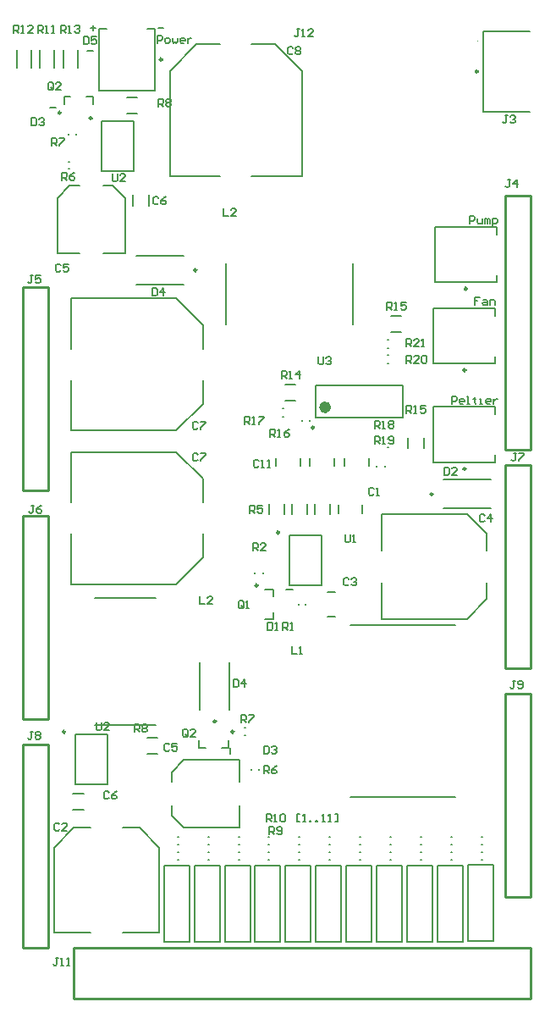
<source format=gto>
G04*
G04 #@! TF.GenerationSoftware,Altium Limited,Altium Designer,18.1.11 (251)*
G04*
G04 Layer_Color=65535*
%FSLAX25Y25*%
%MOIN*%
G70*
G01*
G75*
%ADD10C,0.00984*%
%ADD11C,0.02362*%
%ADD12C,0.00394*%
%ADD13C,0.00787*%
%ADD14C,0.01000*%
%ADD15C,0.00700*%
D10*
X32264Y-38653D02*
G03*
X32264Y-38653I-492J0D01*
G01*
X106035Y-201654D02*
G03*
X106035Y-201654I-492J0D01*
G01*
X97600Y-222520D02*
G03*
X97600Y-222520I-492J0D01*
G01*
X119744Y-160335D02*
G03*
X119744Y-160335I-492J0D01*
G01*
X166516Y-186598D02*
G03*
X166516Y-186598I-492J0D01*
G01*
X179492Y-176614D02*
G03*
X179492Y-176614I-492J0D01*
G01*
Y-137756D02*
G03*
X179492Y-137756I-492J0D01*
G01*
X179992Y-105756D02*
G03*
X179992Y-105756I-492J0D01*
G01*
X184335Y-20201D02*
G03*
X184335Y-20201I-492J0D01*
G01*
X59957Y-15500D02*
G03*
X59957Y-15500I-492J0D01*
G01*
X20012Y-36437D02*
G03*
X20012Y-36437I-492J0D01*
G01*
X73469Y-98402D02*
G03*
X73469Y-98402I-492J0D01*
G01*
X88122Y-280063D02*
G03*
X88122Y-280063I-492J0D01*
G01*
X81091Y-275976D02*
G03*
X81091Y-275976I-492J0D01*
G01*
X21764Y-280153D02*
G03*
X21764Y-280153I-492J0D01*
G01*
D11*
X125295Y-152362D02*
G03*
X125295Y-152362I-1181J0D01*
G01*
D12*
X184251Y-8244D02*
G03*
X184251Y-8244I-197J0D01*
G01*
D13*
X36201Y-59342D02*
Y-39658D01*
X48799Y-59342D02*
Y-39658D01*
X36201D02*
X48799D01*
X36201Y-59342D02*
X48799D01*
X109972Y-222342D02*
Y-202658D01*
X122571Y-222342D02*
Y-202658D01*
X109972D02*
X122571D01*
X109972Y-222342D02*
X122571D01*
X116423Y-230197D02*
Y-229803D01*
X113667Y-230197D02*
Y-229803D01*
X124970Y-225177D02*
X128120D01*
X124970Y-234823D02*
X128120D01*
X100395Y-224252D02*
X103604D01*
Y-226850D02*
Y-224252D01*
X100395Y-235748D02*
X103604D01*
Y-233150D01*
X108864Y-224095D02*
X111226D01*
X133876Y-238260D02*
X175214D01*
X133876Y-305740D02*
X175214D01*
X150031Y-116350D02*
X153969D01*
X150031Y-122650D02*
X153969D01*
X148803Y-131925D02*
X149197D01*
X148803Y-135075D02*
X149197D01*
X148803Y-129075D02*
X149197D01*
X148803Y-125925D02*
X149197D01*
X120276Y-156299D02*
X154724D01*
X120276Y-143701D02*
X154724D01*
X120276Y-156299D02*
Y-143701D01*
X154724Y-156299D02*
Y-143701D01*
X108531Y-149650D02*
X112469D01*
X108531Y-143350D02*
X112469D01*
X118075Y-157697D02*
Y-157303D01*
X114925Y-157697D02*
Y-157303D01*
X107303Y-152925D02*
X107697D01*
X107303Y-156075D02*
X107697D01*
X118177Y-175575D02*
Y-172425D01*
X127823Y-175575D02*
Y-172425D01*
X104677Y-175575D02*
Y-172425D01*
X114323Y-175575D02*
Y-172425D01*
X119895Y-194468D02*
Y-190532D01*
X126195Y-194468D02*
Y-190532D01*
X138868Y-194075D02*
Y-190925D01*
X129222Y-194075D02*
Y-190925D01*
X187669Y-227894D02*
Y-221299D01*
X179894Y-235669D02*
X187669Y-227894D01*
X179894Y-194331D02*
X187669Y-202106D01*
Y-208701D02*
Y-202106D01*
X146331Y-235669D02*
X179894D01*
X146331D02*
Y-221299D01*
Y-208701D02*
Y-194331D01*
X179894D01*
X170650Y-180772D02*
Y-180752D01*
Y-192248D02*
Y-192228D01*
Y-192248D02*
X189350D01*
Y-180772D02*
Y-180752D01*
Y-192248D02*
Y-192228D01*
X170650Y-180752D02*
X189350D01*
X166795Y-174055D02*
X191205D01*
X166795D02*
Y-152244D01*
X191205D01*
Y-174055D02*
Y-171173D01*
Y-155126D02*
Y-152244D01*
X166795Y-135197D02*
X191205D01*
X166795D02*
Y-113386D01*
X191205D01*
Y-135197D02*
Y-132315D01*
Y-116268D02*
Y-113386D01*
X167295Y-103197D02*
X191705D01*
X167295D02*
Y-81386D01*
X191705D01*
Y-103197D02*
Y-100315D01*
Y-84268D02*
Y-81386D01*
X186343Y-35949D02*
X204847D01*
X186343D02*
Y-4453D01*
X204847D01*
X95201Y-9516D02*
X104502D01*
X114984Y-19998D01*
X63016D02*
X73498Y-9516D01*
X82799D01*
X114984Y-61484D02*
Y-19998D01*
X95201Y-61484D02*
X114984D01*
X63016D02*
X82799D01*
X63016D02*
Y-19998D01*
X2646Y-18823D02*
Y-11736D01*
X8354Y-18823D02*
Y-11736D01*
X17504Y-18823D02*
Y-11736D01*
X11795Y-18823D02*
Y-11736D01*
X26705Y-18823D02*
Y-11736D01*
X20996Y-18823D02*
Y-11736D01*
X30319Y-12094D02*
X32681D01*
X35094Y-3295D02*
X37976D01*
X54024D02*
X56906D01*
X35094Y-27705D02*
Y-3295D01*
Y-27705D02*
X56906D01*
Y-3295D01*
X46031Y-36650D02*
X49968D01*
X46031Y-30350D02*
X49968D01*
X21252Y-33150D02*
Y-29941D01*
X23850D01*
X32748Y-33150D02*
Y-29941D01*
X30150D02*
X32748D01*
X15819Y-34595D02*
X18181D01*
X22925Y-45197D02*
Y-44803D01*
X26075Y-45197D02*
Y-44803D01*
X23063Y-58378D02*
X23457D01*
X23063Y-55622D02*
X23457D01*
X48350Y-73165D02*
Y-68835D01*
X54650Y-73165D02*
Y-68835D01*
X36724Y-65114D02*
X40465D01*
X45386Y-70035D01*
X18614D02*
X23535Y-65114D01*
X27276D01*
X45386Y-91886D02*
Y-70035D01*
X36724Y-91886D02*
X45386D01*
X18614D02*
X27276D01*
X18614D02*
Y-70035D01*
X68350Y-104248D02*
Y-104228D01*
Y-92772D02*
Y-92752D01*
X49650D02*
X68350D01*
X49650Y-104248D02*
Y-104228D01*
Y-92772D02*
Y-92752D01*
Y-104248D02*
X68350D01*
X24016Y-109516D02*
X65502D01*
X24016Y-129299D02*
Y-109516D01*
Y-161484D02*
Y-141701D01*
Y-161484D02*
X65502D01*
X75984Y-129299D02*
Y-119998D01*
X65502Y-109516D02*
X75984Y-119998D01*
X65502Y-161484D02*
X75984Y-151002D01*
Y-141701D01*
X24016Y-170016D02*
X65502D01*
X24016Y-189799D02*
Y-170016D01*
Y-221984D02*
Y-202201D01*
Y-221984D02*
X65502D01*
X75984Y-189799D02*
Y-180498D01*
X65502Y-170016D02*
X75984Y-180498D01*
X65502Y-221984D02*
X75984Y-211502D01*
Y-202201D01*
X33492Y-227421D02*
X57508D01*
X33492Y-277579D02*
X57508D01*
X95122Y-295197D02*
Y-294803D01*
X97878Y-295197D02*
Y-294803D01*
X86744Y-288681D02*
Y-286319D01*
X92303Y-281575D02*
X92697D01*
X92303Y-278425D02*
X92697D01*
X85898Y-286559D02*
Y-283350D01*
X83300Y-286559D02*
X85898D01*
X74402D02*
Y-283350D01*
Y-286559D02*
X77000D01*
X74752Y-271350D02*
X74772D01*
X86228D02*
X86248D01*
Y-252650D01*
X74752D02*
X74772D01*
X86228D02*
X86248D01*
X74752Y-271350D02*
Y-252650D01*
X54031Y-282350D02*
X57968D01*
X54031Y-288650D02*
X57968D01*
X25701Y-300842D02*
X38299D01*
X25701Y-281157D02*
X38299D01*
Y-300842D02*
Y-281157D01*
X25701Y-300842D02*
Y-281157D01*
X24835Y-304350D02*
X29165D01*
X24835Y-310650D02*
X29165D01*
X44299Y-317831D02*
X50894D01*
X58669Y-325606D01*
X17331D02*
X25106Y-317831D01*
X31701D01*
X58669Y-359169D02*
Y-325606D01*
X44299Y-359169D02*
X58669D01*
X17331D02*
X31701D01*
X17331D02*
Y-325606D01*
X70695Y-362700D02*
Y-332700D01*
X60694D02*
X70695D01*
X60694Y-362700D02*
Y-332700D01*
Y-362700D02*
X70695D01*
X82695D02*
Y-332700D01*
X72694D02*
X82695D01*
X72694Y-362700D02*
Y-332700D01*
Y-362700D02*
X82695D01*
X94695D02*
Y-332700D01*
X84694D02*
X94695D01*
X84694Y-362700D02*
Y-332700D01*
Y-362700D02*
X94695D01*
X106500D02*
Y-332700D01*
X96500D02*
X106500D01*
X96500Y-362700D02*
Y-332700D01*
Y-362700D02*
X106500D01*
X118500D02*
Y-332700D01*
X108500D02*
X118500D01*
X108500Y-362700D02*
Y-332700D01*
Y-362700D02*
X118500D01*
X130500D02*
Y-332700D01*
X120500D02*
X130500D01*
X120500Y-362700D02*
Y-332700D01*
Y-362700D02*
X130500D01*
X142500D02*
Y-332700D01*
X132500D02*
X142500D01*
X132500Y-362700D02*
Y-332700D01*
Y-362700D02*
X142500D01*
X154500D02*
Y-332700D01*
X144500D02*
X154500D01*
X144500Y-362700D02*
Y-332700D01*
Y-362700D02*
X154500D01*
X166500D02*
Y-332700D01*
X156500D02*
X166500D01*
X156500Y-362700D02*
Y-332700D01*
Y-362700D02*
X166500D01*
X178500D02*
Y-332700D01*
X168500D02*
X178500D01*
X168500Y-362700D02*
Y-332700D01*
Y-362700D02*
X178500D01*
X190500Y-362500D02*
Y-332500D01*
X180500D02*
X190500D01*
X180500Y-362500D02*
Y-332500D01*
Y-362500D02*
X190500D01*
X185803Y-327425D02*
X186197D01*
X185803Y-330575D02*
X186197D01*
X173803Y-327425D02*
X174197D01*
X173803Y-330575D02*
X174197D01*
X161698Y-327425D02*
X162092D01*
X161698Y-330575D02*
X162092D01*
X149803Y-327425D02*
X150197D01*
X149803Y-330575D02*
X150197D01*
X137803Y-327425D02*
X138197D01*
X137803Y-330575D02*
X138197D01*
X125803Y-327425D02*
X126197D01*
X125803Y-330575D02*
X126197D01*
X113803Y-327425D02*
X114197D01*
X113803Y-330575D02*
X114197D01*
X101803Y-327425D02*
X102197D01*
X101803Y-330575D02*
X102197D01*
X77998Y-327425D02*
X78391D01*
X77998Y-330575D02*
X78391D01*
X89998Y-327425D02*
X90391D01*
X89998Y-330575D02*
X90391D01*
X185803Y-324575D02*
X186197D01*
X185803Y-321425D02*
X186197D01*
X173803Y-324575D02*
X174197D01*
X173803Y-321425D02*
X174197D01*
X161698Y-324575D02*
X162092D01*
X161698Y-321425D02*
X162092D01*
X149803Y-324575D02*
X150197D01*
X149803Y-321425D02*
X150197D01*
X137803Y-324575D02*
X138197D01*
X137803Y-321425D02*
X138197D01*
X125803Y-324575D02*
X126197D01*
X125803Y-321425D02*
X126197D01*
X113803Y-324575D02*
X114197D01*
X113803Y-321425D02*
X114197D01*
X101803Y-324575D02*
X102197D01*
X101803Y-321425D02*
X102197D01*
X89998Y-324575D02*
X90391D01*
X89998Y-321425D02*
X90391D01*
X77998Y-324575D02*
X78391D01*
X77998Y-321425D02*
X78391D01*
X65998Y-327425D02*
X66391D01*
X65998Y-330575D02*
X66391D01*
X65998Y-324575D02*
X66391D01*
X65998Y-321425D02*
X66391D01*
X135079Y-119811D02*
Y-95795D01*
X84921Y-119811D02*
Y-95795D01*
X147575Y-175697D02*
Y-175303D01*
X144425Y-175697D02*
Y-175303D01*
X148803Y-168075D02*
X149197D01*
X148803Y-164925D02*
X149197D01*
X156850Y-168468D02*
Y-164532D01*
X163150Y-168468D02*
Y-164532D01*
X117194Y-194468D02*
Y-190532D01*
X110895Y-194468D02*
Y-190532D01*
X108194Y-194468D02*
Y-190532D01*
X101895Y-194468D02*
Y-190532D01*
X96425Y-217697D02*
Y-217303D01*
X99575Y-217697D02*
Y-217303D01*
X141323Y-175575D02*
Y-172425D01*
X131677Y-175575D02*
Y-172425D01*
X68535Y-317886D02*
X90386D01*
Y-309224D01*
Y-299776D02*
Y-291114D01*
X68535D02*
X90386D01*
X63614Y-312965D02*
Y-309224D01*
Y-312965D02*
X68535Y-317886D01*
X63614Y-296035D02*
X68535Y-291114D01*
X63614Y-299776D02*
Y-296035D01*
D14*
X195000Y-265000D02*
X205000D01*
X195000Y-345000D02*
Y-265000D01*
Y-345000D02*
X205000D01*
Y-265000D01*
X195000Y-175000D02*
X205000D01*
X195000Y-255000D02*
Y-175000D01*
Y-255000D02*
X205000D01*
Y-175000D01*
X5000Y-185000D02*
X15000D01*
Y-105000D01*
X5000D02*
X15000D01*
X5000Y-185000D02*
Y-105000D01*
Y-275000D02*
X15000D01*
Y-195000D01*
X5000D02*
X15000D01*
X5000Y-275000D02*
Y-195000D01*
Y-365000D02*
X15000D01*
Y-285000D01*
X5000D02*
X15000D01*
X5000Y-365000D02*
Y-285000D01*
X205000Y-385000D02*
Y-365000D01*
X25000D02*
X205000D01*
X25000Y-385000D02*
Y-365000D01*
Y-385000D02*
X205000D01*
Y-169000D02*
Y-69000D01*
X195000Y-169000D02*
X205000D01*
X195000D02*
Y-69000D01*
X205000D01*
D15*
X40335Y-60501D02*
Y-63000D01*
X40835Y-63500D01*
X41834D01*
X42334Y-63000D01*
Y-60501D01*
X45333Y-63500D02*
X43334D01*
X45333Y-61501D01*
Y-61001D01*
X44833Y-60501D01*
X43834D01*
X43334Y-61001D01*
X58248Y-3001D02*
X60247D01*
X31772D02*
X33771D01*
X32771Y-2001D02*
Y-4000D01*
X58000Y-9000D02*
Y-6001D01*
X59500D01*
X59999Y-6501D01*
Y-7501D01*
X59500Y-8000D01*
X58000D01*
X61499Y-9000D02*
X62499D01*
X62998Y-8500D01*
Y-7501D01*
X62499Y-7001D01*
X61499D01*
X60999Y-7501D01*
Y-8500D01*
X61499Y-9000D01*
X63998Y-7001D02*
Y-8500D01*
X64498Y-9000D01*
X64998Y-8500D01*
X65498Y-9000D01*
X65997Y-8500D01*
Y-7001D01*
X68497Y-9000D02*
X67497D01*
X66997Y-8500D01*
Y-7501D01*
X67497Y-7001D01*
X68497D01*
X68996Y-7501D01*
Y-8000D01*
X66997D01*
X69996Y-7001D02*
Y-9000D01*
Y-8000D01*
X70496Y-7501D01*
X70996Y-7001D01*
X71496D01*
X181000Y-80000D02*
Y-77001D01*
X182500D01*
X182999Y-77501D01*
Y-78500D01*
X182500Y-79000D01*
X181000D01*
X183999Y-78001D02*
Y-79500D01*
X184499Y-80000D01*
X185998D01*
Y-78001D01*
X186998Y-80000D02*
Y-78001D01*
X187498D01*
X187998Y-78500D01*
Y-80000D01*
Y-78500D01*
X188498Y-78001D01*
X188997Y-78500D01*
Y-80000D01*
X189997Y-81000D02*
Y-78001D01*
X191497D01*
X191996Y-78500D01*
Y-79500D01*
X191497Y-80000D01*
X189997D01*
X184999Y-109001D02*
X183000D01*
Y-110501D01*
X184000D01*
X183000D01*
Y-112000D01*
X186499Y-110001D02*
X187499D01*
X187998Y-110501D01*
Y-112000D01*
X186499D01*
X185999Y-111500D01*
X186499Y-111000D01*
X187998D01*
X188998Y-112000D02*
Y-110001D01*
X190498D01*
X190997Y-110501D01*
Y-112000D01*
X174000Y-151000D02*
Y-148001D01*
X175499D01*
X175999Y-148501D01*
Y-149501D01*
X175499Y-150000D01*
X174000D01*
X178499Y-151000D02*
X177499D01*
X176999Y-150500D01*
Y-149501D01*
X177499Y-149001D01*
X178499D01*
X178998Y-149501D01*
Y-150000D01*
X176999D01*
X179998Y-151000D02*
X180998D01*
X180498D01*
Y-148001D01*
X179998D01*
X182997Y-148501D02*
Y-149001D01*
X182497D01*
X183497D01*
X182997D01*
Y-150500D01*
X183497Y-151000D01*
X184996D02*
X185996D01*
X185496D01*
Y-149001D01*
X184996D01*
X188995Y-151000D02*
X187996D01*
X187496Y-150500D01*
Y-149501D01*
X187996Y-149001D01*
X188995D01*
X189495Y-149501D01*
Y-150000D01*
X187496D01*
X190495Y-149001D02*
Y-151000D01*
Y-150000D01*
X190995Y-149501D01*
X191494Y-149001D01*
X191994D01*
X114000Y-315500D02*
X113000D01*
Y-312501D01*
X114000D01*
X115499Y-315500D02*
X116499D01*
X115999D01*
Y-312501D01*
X115499Y-313001D01*
X117998Y-315500D02*
Y-315000D01*
X118498D01*
Y-315500D01*
X117998D01*
X120498D02*
Y-315000D01*
X120997D01*
Y-315500D01*
X120498D01*
X122997D02*
X123996D01*
X123497D01*
Y-312501D01*
X122997Y-313001D01*
X125496Y-315500D02*
X126496D01*
X125996D01*
Y-312501D01*
X125496Y-313001D01*
X127995Y-315500D02*
X128995D01*
Y-312501D01*
X127995D01*
X132000Y-202501D02*
Y-205000D01*
X132500Y-205500D01*
X133500D01*
X133999Y-205000D01*
Y-202501D01*
X134999Y-205500D02*
X135999D01*
X135499D01*
Y-202501D01*
X134999Y-203001D01*
X107500Y-240000D02*
Y-237001D01*
X109000D01*
X109499Y-237501D01*
Y-238500D01*
X109000Y-239000D01*
X107500D01*
X108500D02*
X109499Y-240000D01*
X110499D02*
X111499D01*
X110999D01*
Y-237001D01*
X110499Y-237501D01*
X133499Y-220021D02*
X133000Y-219521D01*
X132000D01*
X131500Y-220021D01*
Y-222020D01*
X132000Y-222520D01*
X133000D01*
X133499Y-222020D01*
X134499Y-220021D02*
X134999Y-219521D01*
X135999D01*
X136498Y-220021D01*
Y-220520D01*
X135999Y-221020D01*
X135499D01*
X135999D01*
X136498Y-221520D01*
Y-222020D01*
X135999Y-222520D01*
X134999D01*
X134499Y-222020D01*
X91999Y-231000D02*
Y-229001D01*
X91500Y-228501D01*
X90500D01*
X90000Y-229001D01*
Y-231000D01*
X90500Y-231500D01*
X91500D01*
X91000Y-230500D02*
X91999Y-231500D01*
X91500D02*
X91999Y-231000D01*
X92999Y-231500D02*
X93999D01*
X93499D01*
Y-228501D01*
X92999Y-229001D01*
X101500Y-237001D02*
Y-240000D01*
X102999D01*
X103499Y-239500D01*
Y-237501D01*
X102999Y-237001D01*
X101500D01*
X104499Y-240000D02*
X105499D01*
X104999D01*
Y-237001D01*
X104499Y-237501D01*
X111035Y-246501D02*
Y-249500D01*
X113035D01*
X114034D02*
X115034D01*
X114534D01*
Y-246501D01*
X114034Y-247001D01*
X198999Y-260001D02*
X198000D01*
X198500D01*
Y-262500D01*
X198000Y-263000D01*
X197500D01*
X197000Y-262500D01*
X199999D02*
X200499Y-263000D01*
X201499D01*
X201998Y-262500D01*
Y-260501D01*
X201499Y-260001D01*
X200499D01*
X199999Y-260501D01*
Y-261001D01*
X200499Y-261501D01*
X201998D01*
X199499Y-170501D02*
X198500D01*
X199000D01*
Y-173000D01*
X198500Y-173500D01*
X198000D01*
X197500Y-173000D01*
X200499Y-170501D02*
X202498D01*
Y-171001D01*
X200499Y-173000D01*
Y-173500D01*
X148500Y-114000D02*
Y-111001D01*
X149999D01*
X150499Y-111501D01*
Y-112501D01*
X149999Y-113000D01*
X148500D01*
X149500D02*
X150499Y-114000D01*
X151499D02*
X152499D01*
X151999D01*
Y-111001D01*
X151499Y-111501D01*
X155998Y-111001D02*
X153998D01*
Y-112501D01*
X154998Y-112001D01*
X155498D01*
X155998Y-112501D01*
Y-113500D01*
X155498Y-114000D01*
X154498D01*
X153998Y-113500D01*
X156100Y-135000D02*
Y-132001D01*
X157599D01*
X158099Y-132501D01*
Y-133501D01*
X157599Y-134000D01*
X156100D01*
X157100D02*
X158099Y-135000D01*
X161098D02*
X159099D01*
X161098Y-133001D01*
Y-132501D01*
X160599Y-132001D01*
X159599D01*
X159099Y-132501D01*
X162098D02*
X162598Y-132001D01*
X163598D01*
X164097Y-132501D01*
Y-134500D01*
X163598Y-135000D01*
X162598D01*
X162098Y-134500D01*
Y-132501D01*
X156100Y-128500D02*
Y-125501D01*
X157599D01*
X158099Y-126001D01*
Y-127000D01*
X157599Y-127500D01*
X156100D01*
X157100D02*
X158099Y-128500D01*
X161098D02*
X159099D01*
X161098Y-126501D01*
Y-126001D01*
X160599Y-125501D01*
X159599D01*
X159099Y-126001D01*
X162098Y-128500D02*
X163098D01*
X162598D01*
Y-125501D01*
X162098Y-126001D01*
X121423Y-132501D02*
Y-135000D01*
X121923Y-135500D01*
X122922D01*
X123422Y-135000D01*
Y-132501D01*
X124422Y-133001D02*
X124922Y-132501D01*
X125921D01*
X126421Y-133001D01*
Y-133501D01*
X125921Y-134001D01*
X125422D01*
X125921D01*
X126421Y-134500D01*
Y-135000D01*
X125921Y-135500D01*
X124922D01*
X124422Y-135000D01*
X107000Y-141000D02*
Y-138001D01*
X108500D01*
X108999Y-138501D01*
Y-139500D01*
X108500Y-140000D01*
X107000D01*
X108000D02*
X108999Y-141000D01*
X109999D02*
X110999D01*
X110499D01*
Y-138001D01*
X109999Y-138501D01*
X113998Y-141000D02*
Y-138001D01*
X112498Y-139500D01*
X114498D01*
X102500Y-164000D02*
Y-161001D01*
X103999D01*
X104499Y-161501D01*
Y-162501D01*
X103999Y-163000D01*
X102500D01*
X103500D02*
X104499Y-164000D01*
X105499D02*
X106499D01*
X105999D01*
Y-161001D01*
X105499Y-161501D01*
X109998Y-161001D02*
X108998Y-161501D01*
X107998Y-162501D01*
Y-163500D01*
X108498Y-164000D01*
X109498D01*
X109998Y-163500D01*
Y-163000D01*
X109498Y-162501D01*
X107998D01*
X92500Y-159000D02*
Y-156001D01*
X93999D01*
X94499Y-156501D01*
Y-157501D01*
X93999Y-158000D01*
X92500D01*
X93500D02*
X94499Y-159000D01*
X95499D02*
X96499D01*
X95999D01*
Y-156001D01*
X95499Y-156501D01*
X97998Y-156001D02*
X99998D01*
Y-156501D01*
X97998Y-158500D01*
Y-159000D01*
X97999Y-173501D02*
X97500Y-173001D01*
X96500D01*
X96000Y-173501D01*
Y-175500D01*
X96500Y-176000D01*
X97500D01*
X97999Y-175500D01*
X98999Y-176000D02*
X99999D01*
X99499D01*
Y-173001D01*
X98999Y-173501D01*
X101498Y-176000D02*
X102498D01*
X101998D01*
Y-173001D01*
X101498Y-173501D01*
X94500Y-194000D02*
Y-191001D01*
X95999D01*
X96499Y-191501D01*
Y-192500D01*
X95999Y-193000D01*
X94500D01*
X95500D02*
X96499Y-194000D01*
X99498Y-191001D02*
X97499D01*
Y-192500D01*
X98499Y-192001D01*
X98999D01*
X99498Y-192500D01*
Y-193500D01*
X98999Y-194000D01*
X97999D01*
X97499Y-193500D01*
X143322Y-184501D02*
X142822Y-184001D01*
X141823D01*
X141323Y-184501D01*
Y-186500D01*
X141823Y-187000D01*
X142822D01*
X143322Y-186500D01*
X144322Y-187000D02*
X145322D01*
X144822D01*
Y-184001D01*
X144322Y-184501D01*
X186999Y-195001D02*
X186500Y-194501D01*
X185500D01*
X185000Y-195001D01*
Y-197000D01*
X185500Y-197500D01*
X186500D01*
X186999Y-197000D01*
X189499Y-197500D02*
Y-194501D01*
X187999Y-196001D01*
X189998D01*
X171000Y-176001D02*
Y-179000D01*
X172500D01*
X172999Y-178500D01*
Y-176501D01*
X172500Y-176001D01*
X171000D01*
X175998Y-179000D02*
X173999D01*
X175998Y-177001D01*
Y-176501D01*
X175499Y-176001D01*
X174499D01*
X173999Y-176501D01*
X195999Y-37501D02*
X195000D01*
X195500D01*
Y-40000D01*
X195000Y-40500D01*
X194500D01*
X194000Y-40000D01*
X196999Y-38001D02*
X197499Y-37501D01*
X198499D01*
X198998Y-38001D01*
Y-38501D01*
X198499Y-39000D01*
X197999D01*
X198499D01*
X198998Y-39500D01*
Y-40000D01*
X198499Y-40500D01*
X197499D01*
X196999Y-40000D01*
X113999Y-3501D02*
X113000D01*
X113499D01*
Y-6000D01*
X113000Y-6500D01*
X112500D01*
X112000Y-6000D01*
X114999Y-6500D02*
X115999D01*
X115499D01*
Y-3501D01*
X114999Y-4001D01*
X119498Y-6500D02*
X117498D01*
X119498Y-4501D01*
Y-4001D01*
X118998Y-3501D01*
X117998D01*
X117498Y-4001D01*
X111499Y-11001D02*
X111000Y-10501D01*
X110000D01*
X109500Y-11001D01*
Y-13000D01*
X110000Y-13500D01*
X111000D01*
X111499Y-13000D01*
X112499Y-11001D02*
X112999Y-10501D01*
X113999D01*
X114498Y-11001D01*
Y-11501D01*
X113999Y-12000D01*
X114498Y-12500D01*
Y-13000D01*
X113999Y-13500D01*
X112999D01*
X112499Y-13000D01*
Y-12500D01*
X112999Y-12000D01*
X112499Y-11501D01*
Y-11001D01*
X112999Y-12000D02*
X113999D01*
X1500Y-5000D02*
Y-2001D01*
X2999D01*
X3499Y-2501D01*
Y-3500D01*
X2999Y-4000D01*
X1500D01*
X2500D02*
X3499Y-5000D01*
X4499D02*
X5499D01*
X4999D01*
Y-2001D01*
X4499Y-2501D01*
X8998Y-5000D02*
X6998D01*
X8998Y-3001D01*
Y-2501D01*
X8498Y-2001D01*
X7498D01*
X6998Y-2501D01*
X11000Y-5000D02*
Y-2001D01*
X12500D01*
X12999Y-2501D01*
Y-3500D01*
X12500Y-4000D01*
X11000D01*
X12000D02*
X12999Y-5000D01*
X13999D02*
X14999D01*
X14499D01*
Y-2001D01*
X13999Y-2501D01*
X16498Y-5000D02*
X17498D01*
X16998D01*
Y-2001D01*
X16498Y-2501D01*
X20012Y-5000D02*
Y-2001D01*
X21511D01*
X22011Y-2501D01*
Y-3500D01*
X21511Y-4000D01*
X20012D01*
X21012D02*
X22011Y-5000D01*
X23011D02*
X24011D01*
X23511D01*
Y-2001D01*
X23011Y-2501D01*
X25510D02*
X26010Y-2001D01*
X27010D01*
X27509Y-2501D01*
Y-3001D01*
X27010Y-3500D01*
X26510D01*
X27010D01*
X27509Y-4000D01*
Y-4500D01*
X27010Y-5000D01*
X26010D01*
X25510Y-4500D01*
X29000Y-6517D02*
Y-9516D01*
X30500D01*
X30999Y-9016D01*
Y-7017D01*
X30500Y-6517D01*
X29000D01*
X33998D02*
X31999D01*
Y-8016D01*
X32999Y-7516D01*
X33499D01*
X33998Y-8016D01*
Y-9016D01*
X33499Y-9516D01*
X32499D01*
X31999Y-9016D01*
X58500Y-34000D02*
Y-31001D01*
X60000D01*
X60499Y-31501D01*
Y-32500D01*
X60000Y-33000D01*
X58500D01*
X59500D02*
X60499Y-34000D01*
X61499Y-31501D02*
X61999Y-31001D01*
X62999D01*
X63498Y-31501D01*
Y-32001D01*
X62999Y-32500D01*
X63498Y-33000D01*
Y-33500D01*
X62999Y-34000D01*
X61999D01*
X61499Y-33500D01*
Y-33000D01*
X61999Y-32500D01*
X61499Y-32001D01*
Y-31501D01*
X61999Y-32500D02*
X62999D01*
X16999Y-27000D02*
Y-25001D01*
X16499Y-24501D01*
X15500D01*
X15000Y-25001D01*
Y-27000D01*
X15500Y-27500D01*
X16499D01*
X16000Y-26500D02*
X16999Y-27500D01*
X16499D02*
X16999Y-27000D01*
X19998Y-27500D02*
X17999D01*
X19998Y-25501D01*
Y-25001D01*
X19499Y-24501D01*
X18499D01*
X17999Y-25001D01*
X8500Y-38501D02*
Y-41500D01*
X10000D01*
X10499Y-41000D01*
Y-39001D01*
X10000Y-38501D01*
X8500D01*
X11499Y-39001D02*
X11999Y-38501D01*
X12999D01*
X13498Y-39001D01*
Y-39501D01*
X12999Y-40001D01*
X12499D01*
X12999D01*
X13498Y-40500D01*
Y-41000D01*
X12999Y-41500D01*
X11999D01*
X11499Y-41000D01*
X16500Y-49500D02*
Y-46501D01*
X18000D01*
X18499Y-47001D01*
Y-48000D01*
X18000Y-48500D01*
X16500D01*
X17500D02*
X18499Y-49500D01*
X19499Y-46501D02*
X21498D01*
Y-47001D01*
X19499Y-49000D01*
Y-49500D01*
X20500Y-63000D02*
Y-60001D01*
X22000D01*
X22499Y-60501D01*
Y-61501D01*
X22000Y-62000D01*
X20500D01*
X21500D02*
X22499Y-63000D01*
X25498Y-60001D02*
X24499Y-60501D01*
X23499Y-61501D01*
Y-62500D01*
X23999Y-63000D01*
X24999D01*
X25498Y-62500D01*
Y-62000D01*
X24999Y-61501D01*
X23499D01*
X58499Y-70001D02*
X57999Y-69501D01*
X57000D01*
X56500Y-70001D01*
Y-72000D01*
X57000Y-72500D01*
X57999D01*
X58499Y-72000D01*
X61498Y-69501D02*
X60499Y-70001D01*
X59499Y-71000D01*
Y-72000D01*
X59999Y-72500D01*
X60999D01*
X61498Y-72000D01*
Y-71500D01*
X60999Y-71000D01*
X59499D01*
X19999Y-96501D02*
X19500Y-96001D01*
X18500D01*
X18000Y-96501D01*
Y-98500D01*
X18500Y-99000D01*
X19500D01*
X19999Y-98500D01*
X22998Y-96001D02*
X20999D01*
Y-97500D01*
X21999Y-97001D01*
X22499D01*
X22998Y-97500D01*
Y-98500D01*
X22499Y-99000D01*
X21499D01*
X20999Y-98500D01*
X56000Y-105501D02*
Y-108500D01*
X57499D01*
X57999Y-108000D01*
Y-106001D01*
X57499Y-105501D01*
X56000D01*
X60499Y-108500D02*
Y-105501D01*
X58999Y-107001D01*
X60998D01*
X73999Y-158501D02*
X73500Y-158001D01*
X72500D01*
X72000Y-158501D01*
Y-160500D01*
X72500Y-161000D01*
X73500D01*
X73999Y-160500D01*
X74999Y-158001D02*
X76998D01*
Y-158501D01*
X74999Y-160500D01*
Y-161000D01*
X73999Y-171001D02*
X73500Y-170501D01*
X72500D01*
X72000Y-171001D01*
Y-173000D01*
X72500Y-173500D01*
X73500D01*
X73999Y-173000D01*
X74999Y-170501D02*
X76998D01*
Y-171001D01*
X74999Y-173000D01*
Y-173500D01*
X74772Y-226804D02*
Y-229803D01*
X76771D01*
X79770D02*
X77771D01*
X79770Y-227804D01*
Y-227304D01*
X79270Y-226804D01*
X78271D01*
X77771Y-227304D01*
X100000Y-296500D02*
Y-293501D01*
X101499D01*
X101999Y-294001D01*
Y-295001D01*
X101499Y-295500D01*
X100000D01*
X101000D02*
X101999Y-296500D01*
X104998Y-293501D02*
X103999Y-294001D01*
X102999Y-295001D01*
Y-296000D01*
X103499Y-296500D01*
X104499D01*
X104998Y-296000D01*
Y-295500D01*
X104499Y-295001D01*
X102999D01*
X100000Y-285651D02*
Y-288650D01*
X101499D01*
X101999Y-288150D01*
Y-286150D01*
X101499Y-285651D01*
X100000D01*
X102999Y-286150D02*
X103499Y-285651D01*
X104499D01*
X104998Y-286150D01*
Y-286650D01*
X104499Y-287150D01*
X103999D01*
X104499D01*
X104998Y-287650D01*
Y-288150D01*
X104499Y-288650D01*
X103499D01*
X102999Y-288150D01*
X91000Y-276500D02*
Y-273501D01*
X92500D01*
X92999Y-274001D01*
Y-275001D01*
X92500Y-275500D01*
X91000D01*
X92000D02*
X92999Y-276500D01*
X93999Y-273501D02*
X95998D01*
Y-274001D01*
X93999Y-276000D01*
Y-276500D01*
X69999Y-281500D02*
Y-279501D01*
X69499Y-279001D01*
X68500D01*
X68000Y-279501D01*
Y-281500D01*
X68500Y-282000D01*
X69499D01*
X69000Y-281000D02*
X69999Y-282000D01*
X69499D02*
X69999Y-281500D01*
X72998Y-282000D02*
X70999D01*
X72998Y-280001D01*
Y-279501D01*
X72499Y-279001D01*
X71499D01*
X70999Y-279501D01*
X88000Y-259501D02*
Y-262500D01*
X89499D01*
X89999Y-262000D01*
Y-260001D01*
X89499Y-259501D01*
X88000D01*
X92499Y-262500D02*
Y-259501D01*
X90999Y-261000D01*
X92998D01*
X49000Y-280153D02*
Y-277154D01*
X50499D01*
X50999Y-277654D01*
Y-278654D01*
X50499Y-279154D01*
X49000D01*
X50000D02*
X50999Y-280153D01*
X51999Y-277654D02*
X52499Y-277154D01*
X53499D01*
X53998Y-277654D01*
Y-278154D01*
X53499Y-278654D01*
X53998Y-279154D01*
Y-279654D01*
X53499Y-280153D01*
X52499D01*
X51999Y-279654D01*
Y-279154D01*
X52499Y-278654D01*
X51999Y-278154D01*
Y-277654D01*
X52499Y-278654D02*
X53499D01*
X34000Y-276501D02*
Y-279000D01*
X34500Y-279500D01*
X35500D01*
X35999Y-279000D01*
Y-276501D01*
X38998Y-279500D02*
X36999D01*
X38998Y-277501D01*
Y-277001D01*
X38499Y-276501D01*
X37499D01*
X36999Y-277001D01*
X38999Y-304001D02*
X38500Y-303501D01*
X37500D01*
X37000Y-304001D01*
Y-306000D01*
X37500Y-306500D01*
X38500D01*
X38999Y-306000D01*
X41998Y-303501D02*
X40999Y-304001D01*
X39999Y-305000D01*
Y-306000D01*
X40499Y-306500D01*
X41499D01*
X41998Y-306000D01*
Y-305500D01*
X41499Y-305000D01*
X39999D01*
X19499Y-316501D02*
X19000Y-316001D01*
X18000D01*
X17500Y-316501D01*
Y-318500D01*
X18000Y-319000D01*
X19000D01*
X19499Y-318500D01*
X22498Y-319000D02*
X20499D01*
X22498Y-317001D01*
Y-316501D01*
X21999Y-316001D01*
X20999D01*
X20499Y-316501D01*
X8999Y-100501D02*
X8000D01*
X8500D01*
Y-103000D01*
X8000Y-103500D01*
X7500D01*
X7000Y-103000D01*
X11998Y-100501D02*
X9999D01*
Y-102000D01*
X10999Y-101501D01*
X11499D01*
X11998Y-102000D01*
Y-103000D01*
X11499Y-103500D01*
X10499D01*
X9999Y-103000D01*
X9499Y-191001D02*
X8500D01*
X8999D01*
Y-193500D01*
X8500Y-194000D01*
X8000D01*
X7500Y-193500D01*
X12498Y-191001D02*
X11499Y-191501D01*
X10499Y-192500D01*
Y-193500D01*
X10999Y-194000D01*
X11999D01*
X12498Y-193500D01*
Y-193000D01*
X11999Y-192500D01*
X10499D01*
X8999Y-280001D02*
X8000D01*
X8500D01*
Y-282500D01*
X8000Y-283000D01*
X7500D01*
X7000Y-282500D01*
X9999Y-280501D02*
X10499Y-280001D01*
X11499D01*
X11998Y-280501D01*
Y-281001D01*
X11499Y-281501D01*
X11998Y-282000D01*
Y-282500D01*
X11499Y-283000D01*
X10499D01*
X9999Y-282500D01*
Y-282000D01*
X10499Y-281501D01*
X9999Y-281001D01*
Y-280501D01*
X10499Y-281501D02*
X11499D01*
X18999Y-369001D02*
X18000D01*
X18499D01*
Y-371500D01*
X18000Y-372000D01*
X17500D01*
X17000Y-371500D01*
X19999Y-372000D02*
X20999D01*
X20499D01*
Y-369001D01*
X19999Y-369501D01*
X22498Y-372000D02*
X23498D01*
X22998D01*
Y-369001D01*
X22498Y-369501D01*
X102114Y-320500D02*
Y-317501D01*
X103614D01*
X104113Y-318001D01*
Y-319001D01*
X103614Y-319500D01*
X102114D01*
X103114D02*
X104113Y-320500D01*
X105113Y-320000D02*
X105613Y-320500D01*
X106613D01*
X107113Y-320000D01*
Y-318001D01*
X106613Y-317501D01*
X105613D01*
X105113Y-318001D01*
Y-318501D01*
X105613Y-319001D01*
X107113D01*
X101000Y-315500D02*
Y-312501D01*
X102499D01*
X102999Y-313001D01*
Y-314001D01*
X102499Y-314500D01*
X101000D01*
X102000D02*
X102999Y-315500D01*
X103999D02*
X104999D01*
X104499D01*
Y-312501D01*
X103999Y-313001D01*
X106498D02*
X106998Y-312501D01*
X107998D01*
X108498Y-313001D01*
Y-315000D01*
X107998Y-315500D01*
X106998D01*
X106498Y-315000D01*
Y-313001D01*
X84000Y-74101D02*
Y-77100D01*
X85999D01*
X88998D02*
X86999D01*
X88998Y-75101D01*
Y-74601D01*
X88499Y-74101D01*
X87499D01*
X86999Y-74601D01*
X143600Y-166800D02*
Y-163801D01*
X145099D01*
X145599Y-164301D01*
Y-165301D01*
X145099Y-165800D01*
X143600D01*
X144600D02*
X145599Y-166800D01*
X146599D02*
X147599D01*
X147099D01*
Y-163801D01*
X146599Y-164301D01*
X149098Y-166300D02*
X149598Y-166800D01*
X150598D01*
X151098Y-166300D01*
Y-164301D01*
X150598Y-163801D01*
X149598D01*
X149098Y-164301D01*
Y-164801D01*
X149598Y-165301D01*
X151098D01*
X143700Y-160700D02*
Y-157701D01*
X145200D01*
X145699Y-158201D01*
Y-159201D01*
X145200Y-159700D01*
X143700D01*
X144700D02*
X145699Y-160700D01*
X146699D02*
X147699D01*
X147199D01*
Y-157701D01*
X146699Y-158201D01*
X149198D02*
X149698Y-157701D01*
X150698D01*
X151198Y-158201D01*
Y-158701D01*
X150698Y-159201D01*
X151198Y-159700D01*
Y-160200D01*
X150698Y-160700D01*
X149698D01*
X149198Y-160200D01*
Y-159700D01*
X149698Y-159201D01*
X149198Y-158701D01*
Y-158201D01*
X149698Y-159201D02*
X150698D01*
X156100Y-154600D02*
Y-151601D01*
X157599D01*
X158099Y-152101D01*
Y-153101D01*
X157599Y-153600D01*
X156100D01*
X157100D02*
X158099Y-154600D01*
X159099D02*
X160099D01*
X159599D01*
Y-151601D01*
X159099Y-152101D01*
X163598Y-151601D02*
X161598D01*
Y-153101D01*
X162598Y-152601D01*
X163098D01*
X163598Y-153101D01*
Y-154100D01*
X163098Y-154600D01*
X162098D01*
X161598Y-154100D01*
X95600Y-208800D02*
Y-205801D01*
X97100D01*
X97599Y-206301D01*
Y-207300D01*
X97100Y-207800D01*
X95600D01*
X96600D02*
X97599Y-208800D01*
X100598D02*
X98599D01*
X100598Y-206801D01*
Y-206301D01*
X100099Y-205801D01*
X99099D01*
X98599Y-206301D01*
X62799Y-285101D02*
X62300Y-284601D01*
X61300D01*
X60800Y-285101D01*
Y-287100D01*
X61300Y-287600D01*
X62300D01*
X62799Y-287100D01*
X65798Y-284601D02*
X63799D01*
Y-286101D01*
X64799Y-285601D01*
X65299D01*
X65798Y-286101D01*
Y-287100D01*
X65299Y-287600D01*
X64299D01*
X63799Y-287100D01*
X197199Y-62801D02*
X196200D01*
X196700D01*
Y-65300D01*
X196200Y-65800D01*
X195700D01*
X195200Y-65300D01*
X199699Y-65800D02*
Y-62801D01*
X198199Y-64301D01*
X200198D01*
M02*

</source>
